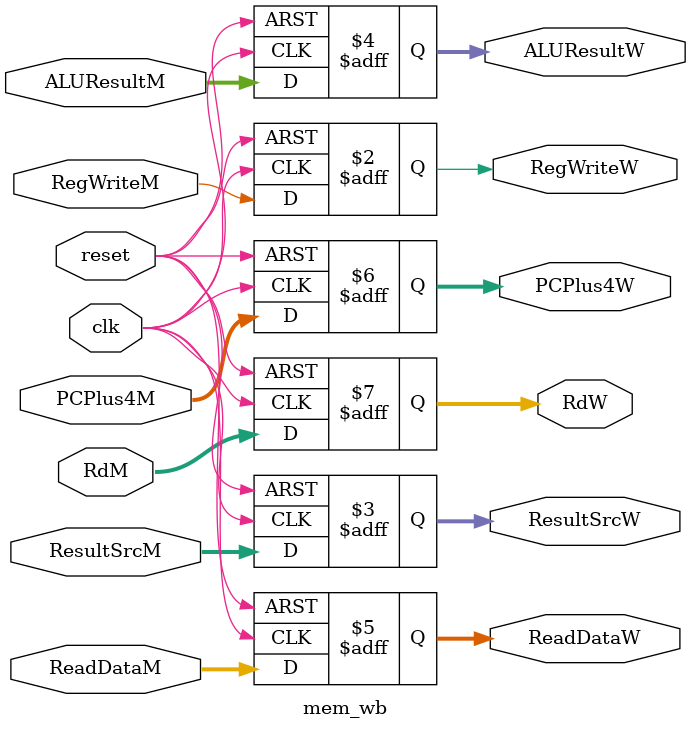
<source format=sv>
`timescale 1ns / 1ps


module mem_wb(
    input logic clk, reset,
    input logic RegWriteM,
    input logic [1:0] ResultSrcM,
    input logic [31:0] ALUResultM, ReadDataM, PCPlus4M,
    input logic [4:0] RdM,
    
    output logic RegWriteW,
    output logic [1:0] ResultSrcW,
    output logic [31:0] ALUResultW, ReadDataW, PCPlus4W,
    output logic [4:0] RdW
    );
    
    always_ff @(posedge clk, posedge reset)
      begin
        if (reset) begin
            // set all variables to 0 here
            RegWriteW <=0;
            ResultSrcW<=0;
            ALUResultW<=0;
            ReadDataW<=0;
            RdW<=0;
            PCPlus4W<=0;
        end
        else begin
            // pass through all variables here
            RegWriteW <=RegWriteM;
            ResultSrcW<=ResultSrcM;
            ALUResultW<=ALUResultM;
            ReadDataW<=ReadDataM;
            RdW<=RdM;
            PCPlus4W<=PCPlus4M;
        end
      end
endmodule

</source>
